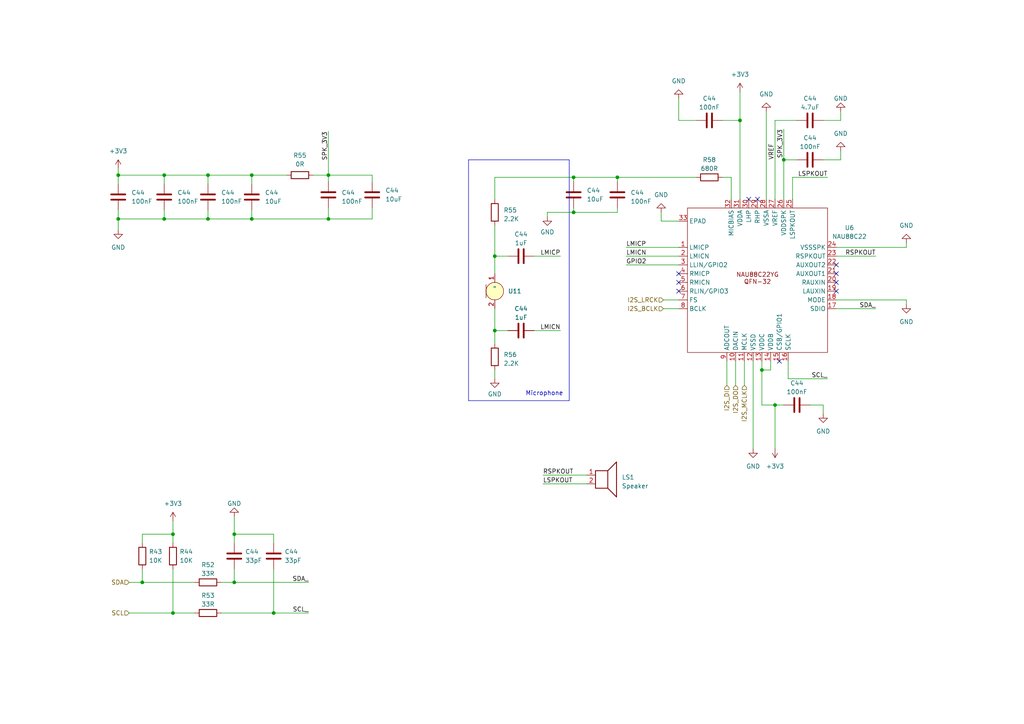
<source format=kicad_sch>
(kicad_sch (version 20231120) (generator "eeschema") (generator_version "8.0")
  (paper "A4")
  (title_block (title "Audio Codec") (date "2024-05-28") (rev "v1.0.1") (comment 1 "Author: Turgay HOPAL"))
  (lib_symbols
    (symbol "Device:C" (pin_numbers hide) (pin_names (offset 0.254))
      (property "Reference" "C" (at 0.635 2.54 0))
      (property "Value" "C" (at 0.635 -2.54 0))
      (symbol "C_0_1"
        (polyline (pts (xy -2.032 -0.762) (xy 2.032 -0.762)) (stroke (width 0.508)))
        (polyline (pts (xy -2.032 0.762) (xy 2.032 0.762)) (stroke (width 0.508)))
      )
      (symbol "C_1_1"
        (pin passive line (at 0 3.81 270) (length 2.794) (name "~") (number "1"))
        (pin passive line (at 0 -3.81 90) (length 2.794) (name "~") (number "2"))
      )
    )
    (symbol "Device:R" (pin_numbers hide) (pin_names (offset 0))
      (property "Reference" "R" (at 2.032 0 90))
      (property "Value" "R" (at 0 0 90))
      (symbol "R_0_1"
        (rectangle (start -1.016 -2.54) (end 1.016 2.54) (stroke (width 0.254)))
      )
      (symbol "R_1_1"
        (pin passive line (at 0 3.81 270) (length 1.27) (name "~") (number "1"))
        (pin passive line (at 0 -3.81 90) (length 1.27) (name "~") (number "2"))
      )
    )
    (symbol "Device:Speaker" (pin_names (offset 0) hide)
      (property "Reference" "LS" (at 1.27 5.715 0))
      (property "Value" "Speaker" (at 1.27 3.81 0))
      (symbol "Speaker_0_0"
        (rectangle (start -2.54 1.27) (end 1.016 -3.81) (stroke (width 0.254)))
        (polyline (pts (xy 1.016 1.27) (xy 3.556 3.81) (xy 3.556 -6.35) (xy 1.016 -3.81)) (stroke (width 0.254)))
      )
      (symbol "Speaker_1_1"
        (pin input line (at -5.08 0 0) (length 2.54) (name "1") (number "1"))
        (pin input line (at -5.08 -2.54 0) (length 2.54) (name "2") (number "2"))
      )
    )
    (symbol "L-KLS3-MM6027PP-443:L-KLS3-MM6027PP-443"
      (property "Reference" "U?" (at 2.54 2.54 0))
      (symbol "L-KLS3-MM6027PP-443_1_1"
        (circle (center 0 -1.27) (radius 2.54) (fill (type background)))
        (polyline (pts (xy -2.54 0.635) (xy -2.54 -3.175)))
        (pin input line (at 0 3.81 270) (length 2.54) (name "") (number "1"))
        (pin input line (at 0 -6.35 90) (length 2.54) (name "") (number "2"))
      )
    )
    (symbol "NAU88C22:NAU88C22"
      (property "Reference" "U?" (at 19.05 -22.86 0))
      (property "Value" "NAU88C22" (at -8.89 -1.27 0))
      (symbol "NAU88C22_0_1"
        (rectangle (start -20.32 20.32) (end 20.32 -21.59))
      )
      (symbol "NAU88C22_1_1"
        (text "NAU88C22YG\nQFN-32" (at 0 0 0) (effects (font (size 1.27 1.27))))
        (pin input line (at -22.86 8.89 0) (length 2.54) (name "LMICP") (number "1"))
        (pin input line (at -6.35 -24.13 90) (length 2.54) (name "DACIN") (number "10"))
        (pin input line (at -3.81 -24.13 90) (length 2.54) (name "MCLK") (number "11"))
        (pin input line (at -1.27 -24.13 90) (length 2.54) (name "VSSD") (number "12"))
        (pin input line (at 1.27 -24.13 90) (length 2.54) (name "VDDC") (number "13"))
        (pin input line (at 3.81 -24.13 90) (length 2.54) (name "VDDB") (number "14"))
        (pin input line (at 6.35 -24.13 90) (length 2.54) (name "CSB/GPIO1") (number "15"))
        (pin input line (at 8.89 -24.13 90) (length 2.54) (name "SCLK") (number "16"))
        (pin input line (at 22.86 -8.89 180) (length 2.54) (name "SDIO") (number "17"))
        (pin input line (at 22.86 -6.35 180) (length 2.54) (name "MODE") (number "18"))
        (pin input line (at 22.86 -3.81 180) (length 2.54) (name "LAUXIN") (number "19"))
        (pin input line (at -22.86 6.35 0) (length 2.54) (name "LMICN") (number "2"))
        (pin input line (at 22.86 -1.27 180) (length 2.54) (name "RAUXIN") (number "20"))
        (pin input line (at 22.86 1.27 180) (length 2.54) (name "AUXOUT1") (number "21"))
        (pin input line (at 22.86 3.81 180) (length 2.54) (name "AUXOUT2") (number "22"))
        (pin input line (at 22.86 6.35 180) (length 2.54) (name "RSPKOUT") (number "23"))
        (pin input line (at 22.86 8.89 180) (length 2.54) (name "VSSSPK") (number "24"))
        (pin input line (at 10.16 22.86 270) (length 2.54) (name "LSPKOUT") (number "25"))
        (pin input line (at 7.62 22.86 270) (length 2.54) (name "VDDSPK") (number "26"))
        (pin input line (at 5.08 22.86 270) (length 2.54) (name "VREF") (number "27"))
        (pin input line (at 2.54 22.86 270) (length 2.54) (name "VSSA") (number "28"))
        (pin input line (at 0 22.86 270) (length 2.54) (name "RHP") (number "29"))
        (pin input line (at -22.86 3.81 0) (length 2.54) (name "LLIN/GPIO2") (number "3"))
        (pin input line (at -2.54 22.86 270) (length 2.54) (name "LHP") (number "30"))
        (pin input line (at -5.08 22.86 270) (length 2.54) (name "VDDA") (number "31"))
        (pin input line (at -7.62 22.86 270) (length 2.54) (name "MICBIAS") (number "32"))
        (pin input line (at -22.86 16.51 0) (length 2.54) (name "EPAD") (number "33"))
        (pin input line (at -22.86 1.27 0) (length 2.54) (name "RMICP") (number "4"))
        (pin input line (at -22.86 -1.27 0) (length 2.54) (name "RMICN") (number "5"))
        (pin input line (at -22.86 -3.81 0) (length 2.54) (name "RLIN/GPIO3") (number "6"))
        (pin input line (at -22.86 -6.35 0) (length 2.54) (name "FS") (number "7"))
        (pin input line (at -22.86 -8.89 0) (length 2.54) (name "BCLK") (number "8"))
        (pin input line (at -8.89 -24.13 90) (length 2.54) (name "ADCOUT") (number "9"))
      )
    )
    (symbol "power:+3V3" (power) (pin_names (offset 0))
      (property "Value" "+3V3" (at 0 3.556 0))
      (symbol "+3V3_0_1"
        (polyline (pts (xy -0.762 1.27) (xy 0 2.54)))
        (polyline (pts (xy 0 0) (xy 0 2.54)))
        (polyline (pts (xy 0 2.54) (xy 0.762 1.27)))
      )
      (symbol "+3V3_1_1"
        (pin power_in line (at 0 0 90) (length 0) hide (name "+3V3") (number "1"))
      )
    )
    (symbol "power:GND" (power) (pin_names (offset 0))
      (property "Value" "GND" (at 0 -3.81 0))
      (symbol "GND_0_1"
        (polyline (pts (xy 0 0) (xy 0 -1.27) (xy 1.27 -1.27) (xy 0 -2.54) (xy -1.27 -1.27) (xy 0 -1.27)))
      )
      (symbol "GND_1_1"
        (pin power_in line (at 0 0 270) (length 0) hide (name "GND") (number "1"))
      )
    )
  )
  (junction (at 79.375 177.8))
  (junction (at 67.945 154.94))
  (junction (at 73.025 50.8))
  (junction (at 73.025 63.5))
  (junction (at 166.37 61.595))
  (junction (at 34.29 63.5))
  (junction (at 143.51 74.295))
  (junction (at 166.37 51.435))
  (junction (at 95.25 50.8))
  (junction (at 95.25 63.5))
  (junction (at 67.945 168.91))
  (junction (at 224.79 117.475))
  (junction (at 214.63 34.925))
  (junction (at 50.165 154.94))
  (junction (at 60.325 50.8))
  (junction (at 179.07 51.435))
  (junction (at 227.33 46.355))
  (junction (at 41.275 168.91))
  (junction (at 47.625 63.5))
  (junction (at 34.29 50.8))
  (junction (at 50.165 177.8))
  (junction (at 143.51 95.885))
  (junction (at 220.98 107.315))
  (junction (at 47.625 50.8))
  (junction (at 60.325 63.5))
  (no_connect (at 219.71 57.785))
  (no_connect (at 196.85 81.915))
  (no_connect (at 242.57 81.915))
  (no_connect (at 196.85 79.375))
  (no_connect (at 217.17 57.785))
  (no_connect (at 242.57 76.835))
  (no_connect (at 242.57 84.455))
  (no_connect (at 242.57 79.375))
  (no_connect (at 196.85 84.455))
  (no_connect (at 226.06 104.775))
  (wire (pts (xy 220.98 107.315) (xy 223.52 107.315)))
  (polyline (pts (xy 135.89 46.355) (xy 135.89 116.205)))
  (wire (pts (xy 50.165 151.13) (xy 50.165 154.94)))
  (wire (pts (xy 214.63 34.925) (xy 209.55 34.925)))
  (wire (pts (xy 34.29 48.895) (xy 34.29 50.8)))
  (wire (pts (xy 238.76 34.925) (xy 243.84 34.925)))
  (wire (pts (xy 47.625 60.96) (xy 47.625 63.5)))
  (wire (pts (xy 95.25 50.8) (xy 95.25 52.705)))
  (wire (pts (xy 34.29 63.5) (xy 47.625 63.5)))
  (wire (pts (xy 143.51 74.295) (xy 143.51 79.375)))
  (wire (pts (xy 50.165 177.8) (xy 56.515 177.8)))
  (wire (pts (xy 143.51 107.315) (xy 143.51 109.855)))
  (wire (pts (xy 162.56 95.885) (xy 154.94 95.885)))
  (wire (pts (xy 201.93 51.435) (xy 179.07 51.435)))
  (wire (pts (xy 227.33 37.465) (xy 227.33 46.355)))
  (wire (pts (xy 143.51 95.885) (xy 143.51 99.695)))
  (wire (pts (xy 179.07 51.435) (xy 166.37 51.435)))
  (wire (pts (xy 215.9 104.775) (xy 215.9 111.76)))
  (wire (pts (xy 181.61 74.295) (xy 196.85 74.295)))
  (wire (pts (xy 242.57 89.535) (xy 254 89.535)))
  (wire (pts (xy 79.375 177.8) (xy 89.535 177.8)))
  (wire (pts (xy 95.25 50.8) (xy 107.95 50.8)))
  (wire (pts (xy 228.6 109.855) (xy 228.6 104.775)))
  (wire (pts (xy 158.75 61.595) (xy 166.37 61.595)))
  (wire (pts (xy 143.51 51.435) (xy 166.37 51.435)))
  (wire (pts (xy 212.09 51.435) (xy 212.09 57.785)))
  (wire (pts (xy 262.89 70.485) (xy 262.89 71.755)))
  (wire (pts (xy 34.29 60.96) (xy 34.29 63.5)))
  (wire (pts (xy 73.025 63.5) (xy 95.25 63.5)))
  (wire (pts (xy 242.57 86.995) (xy 262.89 86.995)))
  (wire (pts (xy 224.79 130.175) (xy 224.79 117.475)))
  (wire (pts (xy 181.61 76.835) (xy 196.85 76.835)))
  (wire (pts (xy 47.625 63.5) (xy 60.325 63.5)))
  (wire (pts (xy 179.07 51.435) (xy 179.07 52.705)))
  (wire (pts (xy 223.52 107.315) (xy 223.52 104.775)))
  (wire (pts (xy 224.79 34.925) (xy 231.14 34.925)))
  (wire (pts (xy 224.79 117.475) (xy 227.33 117.475)))
  (wire (pts (xy 243.84 43.815) (xy 243.84 46.355)))
  (wire (pts (xy 83.185 50.8) (xy 73.025 50.8)))
  (polyline (pts (xy 135.89 46.355) (xy 165.1 46.355)))
  (wire (pts (xy 95.25 60.325) (xy 95.25 63.5)))
  (wire (pts (xy 143.51 95.885) (xy 143.51 89.535)))
  (wire (pts (xy 37.465 177.8) (xy 50.165 177.8)))
  (wire (pts (xy 243.84 34.925) (xy 243.84 32.385)))
  (wire (pts (xy 243.84 46.355) (xy 238.76 46.355)))
  (wire (pts (xy 41.275 168.91) (xy 56.515 168.91)))
  (wire (pts (xy 67.945 149.86) (xy 67.945 154.94)))
  (wire (pts (xy 220.98 107.315) (xy 220.98 117.475)))
  (wire (pts (xy 192.405 86.995) (xy 196.85 86.995)))
  (wire (pts (xy 107.95 63.5) (xy 107.95 60.325)))
  (wire (pts (xy 220.98 104.775) (xy 220.98 107.315)))
  (wire (pts (xy 73.025 50.8) (xy 60.325 50.8)))
  (wire (pts (xy 73.025 50.8) (xy 73.025 53.34)))
  (wire (pts (xy 262.89 86.995) (xy 262.89 88.265)))
  (wire (pts (xy 79.375 154.94) (xy 79.375 157.48)))
  (wire (pts (xy 154.94 74.295) (xy 162.56 74.295)))
  (wire (pts (xy 262.89 71.755) (xy 242.57 71.755)))
  (wire (pts (xy 240.03 51.435) (xy 229.87 51.435)))
  (wire (pts (xy 191.77 64.135) (xy 196.85 64.135)))
  (wire (pts (xy 64.135 168.91) (xy 67.945 168.91)))
  (wire (pts (xy 222.25 32.385) (xy 222.25 57.785)))
  (wire (pts (xy 220.98 117.475) (xy 224.79 117.475)))
  (wire (pts (xy 67.945 168.91) (xy 89.535 168.91)))
  (wire (pts (xy 227.33 46.355) (xy 231.14 46.355)))
  (wire (pts (xy 60.325 50.8) (xy 47.625 50.8)))
  (wire (pts (xy 242.57 74.295) (xy 254 74.295)))
  (wire (pts (xy 157.48 137.795) (xy 170.18 137.795)))
  (wire (pts (xy 157.48 140.335) (xy 170.18 140.335)))
  (wire (pts (xy 143.51 74.295) (xy 147.32 74.295)))
  (wire (pts (xy 191.77 61.595) (xy 191.77 64.135)))
  (wire (pts (xy 67.945 154.94) (xy 67.945 157.48)))
  (wire (pts (xy 179.07 61.595) (xy 179.07 60.325)))
  (wire (pts (xy 147.32 95.885) (xy 143.51 95.885)))
  (wire (pts (xy 95.25 63.5) (xy 107.95 63.5)))
  (wire (pts (xy 229.87 51.435) (xy 229.87 57.785)))
  (wire (pts (xy 60.325 50.8) (xy 60.325 53.34)))
  (wire (pts (xy 79.375 165.1) (xy 79.375 177.8)))
  (wire (pts (xy 64.135 177.8) (xy 79.375 177.8)))
  (wire (pts (xy 181.61 71.755) (xy 196.85 71.755)))
  (wire (pts (xy 213.36 104.775) (xy 213.36 111.76)))
  (wire (pts (xy 218.44 104.775) (xy 218.44 130.175)))
  (wire (pts (xy 214.63 26.67) (xy 214.63 34.925)))
  (polyline (pts (xy 135.89 116.205) (xy 165.1 116.205)))
  (wire (pts (xy 209.55 51.435) (xy 212.09 51.435)))
  (wire (pts (xy 210.82 104.775) (xy 210.82 111.76)))
  (wire (pts (xy 50.165 165.1) (xy 50.165 177.8)))
  (wire (pts (xy 67.945 154.94) (xy 79.375 154.94)))
  (wire (pts (xy 73.025 60.96) (xy 73.025 63.5)))
  (polyline (pts (xy 165.1 116.205) (xy 165.1 46.355)))
  (wire (pts (xy 214.63 34.925) (xy 214.63 57.785)))
  (wire (pts (xy 95.25 38.1) (xy 95.25 50.8)))
  (wire (pts (xy 240.03 109.855) (xy 228.6 109.855)))
  (wire (pts (xy 196.85 28.575) (xy 196.85 34.925)))
  (wire (pts (xy 234.95 117.475) (xy 238.76 117.475)))
  (wire (pts (xy 50.165 154.94) (xy 41.275 154.94)))
  (wire (pts (xy 166.37 60.325) (xy 166.37 61.595)))
  (wire (pts (xy 34.29 50.8) (xy 34.29 53.34)))
  (wire (pts (xy 143.51 57.785) (xy 143.51 51.435)))
  (wire (pts (xy 166.37 51.435) (xy 166.37 52.705)))
  (wire (pts (xy 41.275 165.1) (xy 41.275 168.91)))
  (wire (pts (xy 158.75 62.865) (xy 158.75 61.595)))
  (wire (pts (xy 107.95 50.8) (xy 107.95 52.705)))
  (wire (pts (xy 143.51 65.405) (xy 143.51 74.295)))
  (wire (pts (xy 196.85 34.925) (xy 201.93 34.925)))
  (wire (pts (xy 238.76 117.475) (xy 238.76 120.015)))
  (wire (pts (xy 47.625 50.8) (xy 47.625 53.34)))
  (wire (pts (xy 227.33 57.785) (xy 227.33 46.355)))
  (wire (pts (xy 224.79 34.925) (xy 224.79 57.785)))
  (wire (pts (xy 41.275 154.94) (xy 41.275 157.48)))
  (wire (pts (xy 60.325 63.5) (xy 73.025 63.5)))
  (wire (pts (xy 60.325 60.96) (xy 60.325 63.5)))
  (wire (pts (xy 192.405 89.535) (xy 196.85 89.535)))
  (wire (pts (xy 67.945 165.1) (xy 67.945 168.91)))
  (wire (pts (xy 37.465 168.91) (xy 41.275 168.91)))
  (wire (pts (xy 90.805 50.8) (xy 95.25 50.8)))
  (wire (pts (xy 50.165 154.94) (xy 50.165 157.48)))
  (wire (pts (xy 34.29 63.5) (xy 34.29 66.675)))
  (wire (pts (xy 166.37 61.595) (xy 179.07 61.595)))
  (wire (pts (xy 47.625 50.8) (xy 34.29 50.8)))
  (text "Microphone" (at 152.4 114.935 0) (effects (font (size 1.27 1.27)) (justify left bottom)))
  (label "VREF" (at 224.79 46.355 90))
  (label "GPIO2" (at 181.61 76.835 0))
  (label "SCL_" (at 240.03 109.855 180))
  (label "SDA_" (at 89.535 168.91 180))
  (label "SPK_3V3" (at 227.33 37.465 270))
  (label "LMICN" (at 162.56 95.885 180))
  (label "RSPKOUT" (at 157.48 137.795 0))
  (label "LMICP" (at 162.56 74.295 180))
  (label "LMICP" (at 181.61 71.755 0))
  (label "SCL_" (at 89.535 177.8 180))
  (label "LMICN" (at 181.61 74.295 0))
  (label "LSPKOUT" (at 157.48 140.335 0))
  (label "LSPKOUT" (at 240.03 51.435 180))
  (label "SDA_" (at 254 89.535 180))
  (label "SPK_3V3" (at 95.25 38.1 270))
  (label "RSPKOUT" (at 254 74.295 180))
  (hierarchical_label "I2S_LRCK" (shape input) (at 192.405 86.995 180))
  (hierarchical_label "SDA" (shape input) (at 37.465 168.91 180))
  (hierarchical_label "I2S_MCLK" (shape input) (at 215.9 111.76 270))
  (hierarchical_label "SCL" (shape input) (at 37.465 177.8 180))
  (hierarchical_label "I2S_BCLK" (shape input) (at 192.405 89.535 180))
  (hierarchical_label "I2S_DI" (shape input) (at 210.82 111.76 270))
  (hierarchical_label "I2S_DO" (shape input) (at 213.36 111.76 270))
  (symbol (lib_id "power:+3V3") (at 50.165 151.13 0) (unit 1)
    (property "Reference" "#PWR087" (effects (hide yes)))
    (property "Value" "+3V3" (at 50.165 146.05 0))
  )
  (symbol (lib_id "Device:C") (at 73.025 57.15 0) (unit 1)
    (property "Reference" "C44" (at 76.835 55.88 0) (effects (justify left)))
    (property "Value" "10uF" (at 76.835 58.42 0) (effects (justify left)))
    (property "Footprint" "Capacitor_SMD:C_0402_1005Metric" (effects (hide yes)))
    (instances (project "audio_schematic" (path "" (reference "C44") (unit 1))) (project "DeskSandGlass" (path "" (reference "C30") (unit 1)) (path "" (reference "C44") (unit 1))) (project "MiniUGV" (path "" (reference "C43") (unit 1))) (project "LinuxCore-v2" (path "" (reference "C66") (unit 1))))
  )
  (symbol (lib_id "power:GND") (at 196.85 28.575 180) (unit 1)
    (property "Reference" "#PWR079" (effects (hide yes)))
    (property "Value" "GND" (at 196.85 23.495 0))
    (instances (project "audio_schematic" (path "" (reference "#PWR079") (unit 1))) (project "DeskSandGlass" (path "" (reference "#PWR079") (unit 1))) (project "MiniUGV" (path "" (reference "#PWR061") (unit 1))) (project "LinuxCore-v2" (path "" (reference "#PWR092") (unit 1))))
  )
  (symbol (lib_id "Device:R") (at 60.325 168.91 90) (unit 1)
    (property "Reference" "R52" (at 60.325 163.83 90))
    (property "Value" "33R" (at 60.325 166.37 90))
    (property "Footprint" "Resistor_SMD:R_0402_1005Metric" (effects (hide yes)))
    (instances (project "audio_schematic" (path "" (reference "R52") (unit 1))) (project "DeskSandGlass" (path "" (reference "R52") (unit 1))) (project "MiniUGV" (path "" (reference "R30") (unit 1))) (project "LinuxCore-v2" (path "" (reference "R46") (unit 1))))
  )
  (symbol (lib_id "power:+3V3") (at 214.63 26.67 0) (unit 1)
    (property "Reference" "#PWR093" (effects (hide yes)))
    (property "Value" "+3V3" (at 214.63 21.59 0))
  )
  (symbol (lib_id "Device:R") (at 41.275 161.29 180) (unit 1)
    (property "Reference" "R43" (at 43.18 160.0199 0) (effects (justify right)))
    (property "Value" "10K" (at 43.18 162.5599 0) (effects (justify right)))
    (property "Footprint" "Resistor_SMD:R_0402_1005Metric" (effects (hide yes)))
    (instances (project "audio_schematic" (path "" (reference "R43") (unit 1))) (project "DeskSandGlass" (path "" (reference "R43") (unit 1))) (project "MiniUGV" (path "" (reference "R20") (unit 1))) (project "LinuxCore-v2" (path "" (reference "R44") (unit 1))))
  )
  (symbol (lib_id "Device:R") (at 143.51 103.505 0) (unit 1)
    (property "Reference" "R56" (at 146.05 102.87 0) (effects (justify left)))
    (property "Value" "2.2K" (at 146.05 105.41 0) (effects (justify left)))
    (property "Footprint" "Resistor_SMD:R_0402_1005Metric" (effects (hide yes)))
    (instances (project "audio_schematic" (path "" (reference "R56") (unit 1))) (project "DeskSandGlass" (path "" (reference "R56") (unit 1))) (project "MiniUGV" (path "" (reference "R34") (unit 1))) (project "LinuxCore-v2" (path "" (reference "R50") (unit 1))))
  )
  (symbol (lib_id "Device:C") (at 179.07 56.515 0) (unit 1)
    (property "Reference" "C44" (at 182.88 55.88 0) (effects (justify left)))
    (property "Value" "100nF" (at 182.88 58.42 0) (effects (justify left)))
    (property "Footprint" "Capacitor_SMD:C_0402_1005Metric" (effects (hide yes)))
    (instances (project "audio_schematic" (path "" (reference "C44") (unit 1))) (project "DeskSandGlass" (path "" (reference "C31") (unit 1)) (path "" (reference "C44") (unit 1))) (project "MiniUGV" (path "" (reference "C44") (unit 1))) (project "LinuxCore-v2" (path "" (reference "C73") (unit 1))))
  )
  (symbol (lib_id "power:GND") (at 238.76 120.015 0) (unit 1)
    (property "Reference" "#PWR079" (effects (hide yes)))
    (property "Value" "GND" (at 238.76 125.095 0))
    (instances (project "audio_schematic" (path "" (reference "#PWR079") (unit 1))) (project "DeskSandGlass" (path "" (reference "#PWR079") (unit 1))) (project "MiniUGV" (path "" (reference "#PWR061") (unit 1))) (project "LinuxCore-v2" (path "" (reference "#PWR097") (unit 1))))
  )
  (symbol (lib_id "Device:C") (at 79.375 161.29 180) (unit 1)
    (property "Reference" "C44" (at 82.55 160.0199 0) (effects (justify right)))
    (property "Value" "33pF" (at 82.55 162.5599 0) (effects (justify right)))
    (property "Footprint" "Capacitor_SMD:C_0402_1005Metric" (effects (hide yes)))
    (instances (project "audio_schematic" (path "" (reference "C44") (unit 1))) (project "DeskSandGlass" (path "" (reference "C26") (unit 1)) (path "" (reference "C44") (unit 1))) (project "MiniUGV" (path "" (reference "C39") (unit 1))) (project "LinuxCore-v2" (path "" (reference "C67") (unit 1))))
  )
  (symbol (lib_id "Device:R") (at 143.51 61.595 0) (unit 1)
    (property "Reference" "R55" (at 146.05 60.96 0) (effects (justify left)))
    (property "Value" "2.2K" (at 146.05 63.5 0) (effects (justify left)))
    (property "Footprint" "Resistor_SMD:R_0402_1005Metric" (effects (hide yes)))
    (instances (project "audio_schematic" (path "" (reference "R55") (unit 1))) (project "DeskSandGlass" (path "" (reference "R55") (unit 1))) (project "MiniUGV" (path "" (reference "R33") (unit 1))) (project "LinuxCore-v2" (path "" (reference "R49") (unit 1))))
  )
  (symbol (lib_id "Device:C") (at 231.14 117.475 270) (unit 1)
    (property "Reference" "C44" (at 231.14 111.125 90))
    (property "Value" "100nF" (at 231.14 113.665 90))
    (property "Footprint" "Capacitor_SMD:C_0402_1005Metric" (effects (hide yes)))
    (instances (project "audio_schematic" (path "" (reference "C44") (unit 1))) (project "DeskSandGlass" (path "" (reference "C33") (unit 1)) (path "" (reference "C44") (unit 1))) (project "MiniUGV" (path "" (reference "C46") (unit 1))) (project "LinuxCore-v2" (path "" (reference "C75") (unit 1))))
  )
  (symbol (lib_id "L-KLS3-MM6027PP-443:L-KLS3-MM6027PP-443") (at 143.51 83.185 0) (unit 1)
    (property "Reference" "U11" (at 147.32 84.455 0) (effects (justify left)))
    (property "Value" "~" (at 143.51 83.185 0))
    (property "Footprint" "L-KLS3-MM6027PP-443:L-KLS3-MM6027PP-443" (effects (hide yes)))
    (property "Datasheet" "https://cdn.ozdisan.com/ETicaret_Dosya/623289_578368100..pdf" (effects (hide yes)))
  )
  (symbol (lib_id "power:GND") (at 218.44 130.175 0) (unit 1)
    (property "Reference" "#PWR077" (effects (hide yes)))
    (property "Value" "GND" (at 218.44 135.255 0))
    (instances (project "audio_schematic" (path "" (reference "#PWR077") (unit 1))) (project "DeskSandGlass" (path "" (reference "#PWR077") (unit 1))) (project "MiniUGV" (path "" (reference "#PWR059") (unit 1))) (project "LinuxCore-v2" (path "" (reference "#PWR094") (unit 1))))
  )
  (symbol (lib_id "Device:C") (at 151.13 95.885 90) (unit 1)
    (property "Reference" "C44" (at 151.13 89.535 90))
    (property "Value" "1uF" (at 151.13 92.075 90))
    (property "Footprint" "Capacitor_SMD:C_0402_1005Metric" (effects (hide yes)))
    (instances (project "audio_schematic" (path "" (reference "C44") (unit 1))) (project "DeskSandGlass" (path "" (reference "C29") (unit 1)) (path "" (reference "C44") (unit 1))) (project "MiniUGV" (path "" (reference "C42") (unit 1))) (project "LinuxCore-v2" (path "" (reference "C71") (unit 1))))
  )
  (symbol (lib_id "Device:C") (at 166.37 56.515 0) (unit 1)
    (property "Reference" "C44" (at 170.18 55.245 0) (effects (justify left)))
    (property "Value" "10uF" (at 170.18 57.785 0) (effects (justify left)))
    (property "Footprint" "Capacitor_SMD:C_0402_1005Metric" (effects (hide yes)))
    (instances (project "audio_schematic" (path "" (reference "C44") (unit 1))) (project "DeskSandGlass" (path "" (reference "C30") (unit 1)) (path "" (reference "C44") (unit 1))) (project "MiniUGV" (path "" (reference "C43") (unit 1))) (project "LinuxCore-v2" (path "" (reference "C72") (unit 1))))
  )
  (symbol (lib_id "Device:C") (at 205.74 34.925 270) (unit 1)
    (property "Reference" "C44" (at 205.74 28.575 90))
    (property "Value" "100nF" (at 205.74 31.115 90))
    (property "Footprint" "Capacitor_SMD:C_0402_1005Metric" (effects (hide yes)))
    (instances (project "audio_schematic" (path "" (reference "C44") (unit 1))) (project "DeskSandGlass" (path "" (reference "C32") (unit 1)) (path "" (reference "C44") (unit 1))) (project "MiniUGV" (path "" (reference "C45") (unit 1))) (project "LinuxCore-v2" (path "" (reference "C74") (unit 1))))
  )
  (symbol (lib_id "power:GND") (at 158.75 62.865 0) (unit 1)
    (property "Reference" "#PWR090" (effects (hide yes)))
    (property "Value" "GND" (at 158.75 67.31 0))
  )
  (symbol (lib_id "Device:R") (at 50.165 161.29 180) (unit 1)
    (property "Reference" "R44" (at 52.07 160.0199 0) (effects (justify right)))
    (property "Value" "10K" (at 52.07 162.5599 0) (effects (justify right)))
    (property "Footprint" "Resistor_SMD:R_0402_1005Metric" (effects (hide yes)))
    (instances (project "audio_schematic" (path "" (reference "R44") (unit 1))) (project "DeskSandGlass" (path "" (reference "R44") (unit 1))) (project "MiniUGV" (path "" (reference "R22") (unit 1))) (project "LinuxCore-v2" (path "" (reference "R45") (unit 1))))
  )
  (symbol (lib_id "power:GND") (at 243.84 43.815 180) (unit 1)
    (property "Reference" "#PWR079" (effects (hide yes)))
    (property "Value" "GND" (at 243.84 38.735 0))
    (instances (project "audio_schematic" (path "" (reference "#PWR079") (unit 1))) (project "DeskSandGlass" (path "" (reference "#PWR079") (unit 1))) (project "MiniUGV" (path "" (reference "#PWR061") (unit 1))) (project "LinuxCore-v2" (path "" (reference "#PWR099") (unit 1))))
  )
  (symbol (lib_id "power:+3V3") (at 34.29 48.895 0) (unit 1)
    (property "Reference" "#PWR085" (effects (hide yes)))
    (property "Value" "+3V3" (at 34.29 43.815 0))
  )
  (symbol (lib_id "Device:R") (at 205.74 51.435 270) (unit 1)
    (property "Reference" "R58" (at 205.74 46.355 90))
    (property "Value" "680R" (at 205.74 48.895 90))
    (property "Footprint" "Resistor_SMD:R_0402_1005Metric" (effects (hide yes)))
    (instances (project "audio_schematic" (path "" (reference "R58") (unit 1))) (project "DeskSandGlass" (path "" (reference "R58") (unit 1))) (project "MiniUGV" (path "" (reference "R36") (unit 1))) (project "LinuxCore-v2" (path "" (reference "R51") (unit 1))))
  )
  (symbol (lib_id "Device:C") (at 95.25 56.515 0) (unit 1)
    (property "Reference" "C44" (at 99.06 55.88 0) (effects (justify left)))
    (property "Value" "100nF" (at 99.06 58.42 0) (effects (justify left)))
    (property "Footprint" "Capacitor_SMD:C_0402_1005Metric" (effects (hide yes)))
    (instances (project "audio_schematic" (path "" (reference "C44") (unit 1))) (project "DeskSandGlass" (path "" (reference "C31") (unit 1)) (path "" (reference "C44") (unit 1))) (project "MiniUGV" (path "" (reference "C44") (unit 1))) (project "LinuxCore-v2" (path "" (reference "C68") (unit 1))))
  )
  (symbol (lib_id "Device:R") (at 86.995 50.8 90) (unit 1)
    (property "Reference" "R55" (at 86.995 45.085 90))
    (property "Value" "0R" (at 86.995 47.625 90))
    (property "Footprint" "Resistor_SMD:R_0402_1005Metric" (effects (hide yes)))
    (instances (project "audio_schematic" (path "" (reference "R55") (unit 1))) (project "DeskSandGlass" (path "" (reference "R55") (unit 1))) (project "MiniUGV" (path "" (reference "R33") (unit 1))) (project "LinuxCore-v2" (path "" (reference "R48") (unit 1))))
  )
  (symbol (lib_id "power:GND") (at 262.89 70.485 180) (unit 1)
    (property "Reference" "#PWR079" (effects (hide yes)))
    (property "Value" "GND" (at 262.89 65.405 0))
    (instances (project "audio_schematic" (path "" (reference "#PWR079") (unit 1))) (project "DeskSandGlass" (path "" (reference "#PWR079") (unit 1))) (project "MiniUGV" (path "" (reference "#PWR061") (unit 1))) (project "LinuxCore-v2" (path "" (reference "#PWR0100") (unit 1))))
  )
  (symbol (lib_id "Device:C") (at 67.945 161.29 180) (unit 1)
    (property "Reference" "C44" (at 71.12 160.0199 0) (effects (justify right)))
    (property "Value" "33pF" (at 71.12 162.5599 0) (effects (justify right)))
    (property "Footprint" "Capacitor_SMD:C_0402_1005Metric" (effects (hide yes)))
    (instances (project "audio_schematic" (path "" (reference "C44") (unit 1))) (project "DeskSandGlass" (path "" (reference "C25") (unit 1)) (path "" (reference "C44") (unit 1))) (project "MiniUGV" (path "" (reference "C38") (unit 1))) (project "LinuxCore-v2" (path "" (reference "C65") (unit 1))))
  )
  (symbol (lib_id "Device:C") (at 34.29 57.15 0) (unit 1)
    (property "Reference" "C44" (at 38.1 55.88 0) (effects (justify left)))
    (property "Value" "100nF" (at 38.1 58.42 0) (effects (justify left)))
    (property "Footprint" "Capacitor_SMD:C_0402_1005Metric" (effects (hide yes)))
    (instances (project "audio_schematic" (path "" (reference "C44") (unit 1))) (project "DeskSandGlass" (path "" (reference "C35") (unit 1)) (path "" (reference "C44") (unit 1))) (project "MiniUGV" (path "" (reference "C48") (unit 1))) (project "LinuxCore-v2" (path "" (reference "C62") (unit 1))))
  )
  (symbol (lib_id "Device:C") (at 151.13 74.295 90) (unit 1)
    (property "Reference" "C44" (at 151.13 67.945 90))
    (property "Value" "1uF" (at 151.13 70.485 90))
    (property "Footprint" "Capacitor_SMD:C_0402_1005Metric" (effects (hide yes)))
    (instances (project "audio_schematic" (path "" (reference "C44") (unit 1))) (project "DeskSandGlass" (path "" (reference "C28") (unit 1)) (path "" (reference "C44") (unit 1))) (project "MiniUGV" (path "" (reference "C41") (unit 1))) (project "LinuxCore-v2" (path "" (reference "C70") (unit 1))))
  )
  (symbol (lib_id "power:+3V3") (at 224.79 130.175 180) (unit 1)
    (property "Reference" "#PWR096" (effects (hide yes)))
    (property "Value" "+3V3" (at 224.79 135.255 0))
  )
  (symbol (lib_id "Device:Speaker") (at 175.26 137.795 0) (unit 1)
    (property "Reference" "LS1" (at 180.34 138.43 0) (effects (justify left)))
    (property "Value" "Speaker" (at 180.34 140.97 0) (effects (justify left)))
    (property "Footprint" "Connector_PinHeader_1.27mm:PinHeader_1x02_P1.27mm_Vertical" (effects (hide yes)))
  )
  (symbol (lib_id "power:GND") (at 67.945 149.86 180) (unit 1)
    (property "Reference" "#PWR071" (effects (hide yes)))
    (property "Value" "GND" (at 67.945 146.05 0))
    (instances (project "audio_schematic" (path "" (reference "#PWR071") (unit 1))) (project "DeskSandGlass" (path "" (reference "#PWR071") (unit 1))) (project "MiniUGV" (path "" (reference "#PWR053") (unit 1))) (project "LinuxCore-v2" (path "" (reference "#PWR088") (unit 1))))
  )
  (symbol (lib_id "Device:C") (at 60.325 57.15 0) (unit 1)
    (property "Reference" "C44" (at 64.135 55.88 0) (effects (justify left)))
    (property "Value" "100nF" (at 64.135 58.42 0) (effects (justify left)))
    (property "Footprint" "Capacitor_SMD:C_0402_1005Metric" (effects (hide yes)))
    (instances (project "audio_schematic" (path "" (reference "C44") (unit 1))) (project "DeskSandGlass" (path "" (reference "C35") (unit 1)) (path "" (reference "C44") (unit 1))) (project "MiniUGV" (path "" (reference "C48") (unit 1))) (project "LinuxCore-v2" (path "" (reference "C64") (unit 1))))
  )
  (symbol (lib_id "NAU88C22:NAU88C22") (at 219.71 80.645 0) (unit 1)
    (property "Reference" "U6" (at 246.38 66.0653 0))
    (property "Value" "NAU88C22" (at 246.38 68.6053 0))
    (property "Footprint" "Package_DFN_QFN:QFN-32-1EP_5x5mm_P0.5mm_EP3.6x3.6mm" (effects (hide yes)))
    (property "Datasheet" "https://cdn.ozdisan.com/ETicaret_Dosya/529322_154109.pdf" (effects (hide yes)))
    (instances (project "audio_schematic" (path "" (reference "U6") (unit 1))) (project "DeskSandGlass" (path "" (reference "U6") (unit 1))) (project "MiniUGV" (path "" (reference "U6") (unit 1))) (project "LinuxCore-v2" (path "" (reference "U8") (unit 1))))
  )
  (symbol (lib_id "power:GND") (at 222.25 32.385 180) (unit 1)
    (property "Reference" "#PWR079" (effects (hide yes)))
    (property "Value" "GND" (at 222.25 27.305 0))
    (instances (project "audio_schematic" (path "" (reference "#PWR079") (unit 1))) (project "DeskSandGlass" (path "" (reference "#PWR079") (unit 1))) (project "MiniUGV" (path "" (reference "#PWR061") (unit 1))) (project "LinuxCore-v2" (path "" (reference "#PWR095") (unit 1))))
  )
  (symbol (lib_id "Device:C") (at 107.95 56.515 0) (unit 1)
    (property "Reference" "C44" (at 111.76 55.245 0) (effects (justify left)))
    (property "Value" "10uF" (at 111.76 57.785 0) (effects (justify left)))
    (property "Footprint" "Capacitor_SMD:C_0402_1005Metric" (effects (hide yes)))
    (instances (project "audio_schematic" (path "" (reference "C44") (unit 1))) (project "DeskSandGlass" (path "" (reference "C30") (unit 1)) (path "" (reference "C44") (unit 1))) (project "MiniUGV" (path "" (reference "C43") (unit 1))) (project "LinuxCore-v2" (path "" (reference "C69") (unit 1))))
  )
  (symbol (lib_id "power:GND") (at 262.89 88.265 0) (unit 1)
    (property "Reference" "#PWR083" (effects (hide yes)))
    (property "Value" "GND" (at 262.89 93.345 0))
    (instances (project "audio_schematic" (path "" (reference "#PWR083") (unit 1))) (project "DeskSandGlass" (path "" (reference "#PWR083") (unit 1))) (project "MiniUGV" (path "" (reference "#PWR065") (unit 1))) (project "LinuxCore-v2" (path "" (reference "#PWR0101") (unit 1))))
  )
  (symbol (lib_id "power:GND") (at 191.77 61.595 180) (unit 1)
    (property "Reference" "#PWR091" (effects (hide yes)))
    (property "Value" "GND" (at 191.77 56.515 0))
  )
  (symbol (lib_id "power:GND") (at 143.51 109.855 0) (unit 1)
    (property "Reference" "#PWR089" (effects (hide yes)))
    (property "Value" "GND" (at 143.51 114.3 0))
  )
  (symbol (lib_id "Device:C") (at 47.625 57.15 0) (unit 1)
    (property "Reference" "C44" (at 51.435 55.88 0) (effects (justify left)))
    (property "Value" "100nF" (at 51.435 58.42 0) (effects (justify left)))
    (property "Footprint" "Capacitor_SMD:C_0402_1005Metric" (effects (hide yes)))
    (instances (project "audio_schematic" (path "" (reference "C44") (unit 1))) (project "DeskSandGlass" (path "" (reference "C35") (unit 1)) (path "" (reference "C44") (unit 1))) (project "MiniUGV" (path "" (reference "C48") (unit 1))) (project "LinuxCore-v2" (path "" (reference "C63") (unit 1))))
  )
  (symbol (lib_id "Device:C") (at 234.95 46.355 270) (unit 1)
    (property "Reference" "C44" (at 234.95 40.005 90))
    (property "Value" "100nF" (at 234.95 42.545 90))
    (property "Footprint" "Capacitor_SMD:C_0402_1005Metric" (effects (hide yes)))
    (instances (project "audio_schematic" (path "" (reference "C44") (unit 1))) (project "DeskSandGlass" (path "" (reference "C35") (unit 1)) (path "" (reference "C44") (unit 1))) (project "MiniUGV" (path "" (reference "C48") (unit 1))) (project "LinuxCore-v2" (path "" (reference "C77") (unit 1))))
  )
  (symbol (lib_id "Device:C") (at 234.95 34.925 270) (unit 1)
    (property "Reference" "C44" (at 234.95 28.575 90))
    (property "Value" "4.7uF" (at 234.95 31.115 90))
    (property "Footprint" "Capacitor_SMD:C_0402_1005Metric" (effects (hide yes)))
    (instances (project "audio_schematic" (path "" (reference "C44") (unit 1))) (project "DeskSandGlass" (path "" (reference "C34") (unit 1)) (path "" (reference "C44") (unit 1))) (project "MiniUGV" (path "" (reference "C47") (unit 1))) (project "LinuxCore-v2" (path "" (reference "C76") (unit 1))))
  )
  (symbol (lib_id "power:GND") (at 34.29 66.675 0) (unit 1)
    (property "Reference" "#PWR086" (effects (hide yes)))
    (property "Value" "GND" (at 34.29 71.755 0))
  )
  (symbol (lib_id "Device:R") (at 60.325 177.8 90) (unit 1)
    (property "Reference" "R53" (at 60.325 172.72 90))
    (property "Value" "33R" (at 60.325 175.26 90))
    (property "Footprint" "Resistor_SMD:R_0402_1005Metric" (effects (hide yes)))
    (instances (project "audio_schematic" (path "" (reference "R53") (unit 1))) (project "DeskSandGlass" (path "" (reference "R53") (unit 1))) (project "MiniUGV" (path "" (reference "R31") (unit 1))) (project "LinuxCore-v2" (path "" (reference "R47") (unit 1))))
  )
  (symbol (lib_id "power:GND") (at 243.84 32.385 180) (unit 1)
    (property "Reference" "#PWR080" (effects (hide yes)))
    (property "Value" "GND" (at 243.84 28.575 0))
    (instances (project "audio_schematic" (path "" (reference "#PWR080") (unit 1))) (project "DeskSandGlass" (path "" (reference "#PWR080") (unit 1))) (project "MiniUGV" (path "" (reference "#PWR062") (unit 1))) (project "LinuxCore-v2" (path "" (reference "#PWR098") (unit 1))))
  )
)
</source>
